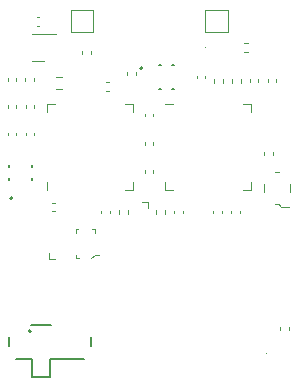
<source format=gbr>
%TF.GenerationSoftware,KiCad,Pcbnew,7.0.8*%
%TF.CreationDate,2024-04-10T13:39:31+02:00*%
%TF.ProjectId,Expansion_Card_Retrofit,45787061-6e73-4696-9f6e-5f436172645f,X1*%
%TF.SameCoordinates,Original*%
%TF.FileFunction,Legend,Top*%
%TF.FilePolarity,Positive*%
%FSLAX46Y46*%
G04 Gerber Fmt 4.6, Leading zero omitted, Abs format (unit mm)*
G04 Created by KiCad (PCBNEW 7.0.8) date 2024-04-10 13:39:31*
%MOMM*%
%LPD*%
G01*
G04 APERTURE LIST*
%ADD10C,0.200000*%
%ADD11C,0.127000*%
%ADD12C,0.120000*%
%ADD13C,0.100000*%
G04 APERTURE END LIST*
D10*
%TO.C,U5*%
X139740000Y-90040000D02*
G75*
G03*
X139740000Y-90040000I-100000J0D01*
G01*
D11*
X142430000Y-91800000D02*
X142270000Y-91800000D01*
X142430000Y-89800000D02*
X142270000Y-89800000D01*
X141170000Y-91800000D02*
X141330000Y-91800000D01*
X141170000Y-89800000D02*
X141330000Y-89800000D01*
D12*
%TO.C,U2*%
X138910000Y-100310000D02*
X138260000Y-100310000D01*
X131690000Y-99660000D02*
X131690000Y-100310000D01*
X138910000Y-99660000D02*
X138910000Y-100310000D01*
X131690000Y-93740000D02*
X131690000Y-93090000D01*
X138910000Y-93740000D02*
X138910000Y-93090000D01*
X131690000Y-93090000D02*
X132340000Y-93090000D01*
X138910000Y-93090000D02*
X138260000Y-93090000D01*
D13*
%TO.C,Q3*%
X134100000Y-106125000D02*
X134400000Y-106125000D01*
X135375000Y-106125000D02*
X135700000Y-105825000D01*
X134100000Y-105825000D02*
X134100000Y-106125000D01*
X135700000Y-105825000D02*
X136100000Y-105825000D01*
X134100000Y-103975000D02*
X134100000Y-103675000D01*
X135700000Y-103950000D02*
X135700000Y-103675000D01*
X134100000Y-103675000D02*
X134325000Y-103675000D01*
X135700000Y-103675000D02*
X135450000Y-103675000D01*
D12*
%TO.C,C24*%
X136692164Y-91240000D02*
X136907836Y-91240000D01*
X136692164Y-91960000D02*
X136907836Y-91960000D01*
D13*
%TO.C,D1*%
X150260000Y-114212500D02*
G75*
G03*
X150260000Y-114212500I-50000J0D01*
G01*
D12*
%TO.C,C19*%
X139940000Y-98692164D02*
X139940000Y-98907836D01*
X140660000Y-98692164D02*
X140660000Y-98907836D01*
%TO.C,C6*%
X129840000Y-95707836D02*
X129840000Y-95492164D01*
X130560000Y-95707836D02*
X130560000Y-95492164D01*
%TO.C,C1*%
X134640000Y-88807836D02*
X134640000Y-88592164D01*
X135360000Y-88807836D02*
X135360000Y-88592164D01*
%TO.C,U4*%
X148910000Y-100310000D02*
X148910000Y-99660000D01*
X148910000Y-93090000D02*
X148910000Y-93740000D01*
X148260000Y-100310000D02*
X148910000Y-100310000D01*
X148260000Y-93090000D02*
X148910000Y-93090000D01*
X142340000Y-100310000D02*
X141690000Y-100310000D01*
X142340000Y-93090000D02*
X141690000Y-93090000D01*
X141690000Y-100310000D02*
X141690000Y-99660000D01*
%TO.C,C14*%
X149560000Y-91207836D02*
X149560000Y-90992164D01*
X148840000Y-91207836D02*
X148840000Y-90992164D01*
%TO.C,C7*%
X128340000Y-93407836D02*
X128340000Y-93192164D01*
X129060000Y-93407836D02*
X129060000Y-93192164D01*
%TO.C,C9*%
X128340000Y-91107836D02*
X128340000Y-90892164D01*
X129060000Y-91107836D02*
X129060000Y-90892164D01*
%TO.C,U1*%
X130400000Y-89450000D02*
X131400000Y-89450000D01*
X130400000Y-87150000D02*
X132400000Y-87150000D01*
%TO.C,C8*%
X129840000Y-93407836D02*
X129840000Y-93192164D01*
X130560000Y-93407836D02*
X130560000Y-93192164D01*
%TO.C,C22*%
X136960000Y-102092164D02*
X136960000Y-102307836D01*
X136240000Y-102092164D02*
X136240000Y-102307836D01*
%TO.C,TP3*%
X145050000Y-85100000D02*
X146950000Y-85100000D01*
X145050000Y-87000000D02*
X145050000Y-85100000D01*
X146950000Y-85100000D02*
X146950000Y-87000000D01*
X146950000Y-87000000D02*
X145050000Y-87000000D01*
%TO.C,TP1*%
X133650000Y-85100000D02*
X135550000Y-85100000D01*
X133650000Y-87000000D02*
X133650000Y-85100000D01*
X135550000Y-85100000D02*
X135550000Y-87000000D01*
X135550000Y-87000000D02*
X133650000Y-87000000D01*
%TO.C,X1*%
X152210000Y-99880000D02*
X152210000Y-100520000D01*
X151480000Y-101760000D02*
X152170000Y-101760000D01*
X151270000Y-98840000D02*
X150930000Y-98840000D01*
X151260000Y-101560000D02*
X150930000Y-101560000D01*
X149990000Y-99880000D02*
X149990000Y-100520000D01*
X151260000Y-101560000D02*
G75*
G03*
X151480000Y-101759999I310001J120002D01*
G01*
%TO.C,C18*%
X142440000Y-102307836D02*
X142440000Y-102092164D01*
X143160000Y-102307836D02*
X143160000Y-102092164D01*
%TO.C,C11*%
X128340000Y-95707836D02*
X128340000Y-95492164D01*
X129060000Y-95707836D02*
X129060000Y-95492164D01*
%TO.C,C5*%
X139940000Y-96507836D02*
X139940000Y-96292164D01*
X140660000Y-96507836D02*
X140660000Y-96292164D01*
%TO.C,R11*%
X132937258Y-91822500D02*
X132462742Y-91822500D01*
X132937258Y-90777500D02*
X132462742Y-90777500D01*
D11*
%TO.C,U3*%
X128400000Y-99530000D02*
X128400000Y-99370000D01*
X130400000Y-99530000D02*
X130400000Y-99370000D01*
X128400000Y-98270000D02*
X128400000Y-98430000D01*
X130400000Y-98270000D02*
X130400000Y-98430000D01*
D10*
X128740000Y-101060000D02*
G75*
G03*
X128740000Y-101060000I-100000J0D01*
G01*
D12*
%TO.C,C16*%
X140660000Y-94107836D02*
X140660000Y-93892164D01*
X139940000Y-94107836D02*
X139940000Y-93892164D01*
%TO.C,Q2*%
X131800000Y-106200000D02*
X132300000Y-106200000D01*
X131800000Y-105700000D02*
X131800000Y-106200000D01*
%TO.C,R12*%
X130580000Y-90846359D02*
X130580000Y-91153641D01*
X129820000Y-90846359D02*
X129820000Y-91153641D01*
%TO.C,C21*%
X150760000Y-97357836D02*
X150760000Y-97142164D01*
X150040000Y-97357836D02*
X150040000Y-97142164D01*
%TO.C,C20*%
X145740000Y-102092164D02*
X145740000Y-102307836D01*
X146460000Y-102092164D02*
X146460000Y-102307836D01*
%TO.C,C2*%
X130792164Y-85740000D02*
X131007836Y-85740000D01*
X130792164Y-86460000D02*
X131007836Y-86460000D01*
%TO.C,R1*%
X139180000Y-90346359D02*
X139180000Y-90653641D01*
X138420000Y-90346359D02*
X138420000Y-90653641D01*
%TO.C,Q1*%
X140200000Y-101400000D02*
X139700000Y-101400000D01*
X140200000Y-101900000D02*
X140200000Y-101400000D01*
%TO.C,C10*%
X132307836Y-102160000D02*
X132092164Y-102160000D01*
X132307836Y-101440000D02*
X132092164Y-101440000D01*
%TO.C,R17*%
X148653641Y-88680000D02*
X148346359Y-88680000D01*
X148653641Y-87920000D02*
X148346359Y-87920000D01*
%TO.C,C12*%
X147240000Y-102092164D02*
X147240000Y-102307836D01*
X147960000Y-102092164D02*
X147960000Y-102307836D01*
%TO.C,R15*%
X137720000Y-102353641D02*
X137720000Y-102046359D01*
X138480000Y-102353641D02*
X138480000Y-102046359D01*
%TO.C,C13*%
X145060000Y-90907836D02*
X145060000Y-90692164D01*
X144340000Y-90907836D02*
X144340000Y-90692164D01*
%TO.C,C15*%
X151060000Y-91207836D02*
X151060000Y-90992164D01*
X150340000Y-91207836D02*
X150340000Y-90992164D01*
D10*
%TO.C,S1*%
X135350000Y-113600000D02*
X135350000Y-112800000D01*
X134800000Y-114650000D02*
X131910000Y-114650000D01*
X132000000Y-111750000D02*
X130300000Y-111750000D01*
X131910000Y-116150000D02*
X130410000Y-116150000D01*
X131910000Y-114650000D02*
X131910000Y-116150000D01*
X130410000Y-116150000D02*
X130410000Y-114650000D01*
X130410000Y-114650000D02*
X129000000Y-114650000D01*
X128450000Y-112800000D02*
X128450000Y-113600000D01*
X130300000Y-112300000D02*
G75*
G03*
X130300000Y-112300000I-100000J0D01*
G01*
D12*
%TO.C,R16*%
X140920000Y-102353641D02*
X140920000Y-102046359D01*
X141680000Y-102353641D02*
X141680000Y-102046359D01*
%TO.C,R9*%
X145820000Y-90946359D02*
X145820000Y-91253641D01*
X146580000Y-90946359D02*
X146580000Y-91253641D01*
%TO.C,R10*%
X147320000Y-90946359D02*
X147320000Y-91253641D01*
X148080000Y-90946359D02*
X148080000Y-91253641D01*
D13*
%TO.C,D2*%
X145060000Y-88300000D02*
G75*
G03*
X145060000Y-88300000I-50000J0D01*
G01*
D12*
%TO.C,R4*%
X152180000Y-111908859D02*
X152180000Y-112216141D01*
X151420000Y-111908859D02*
X151420000Y-112216141D01*
%TD*%
M02*

</source>
